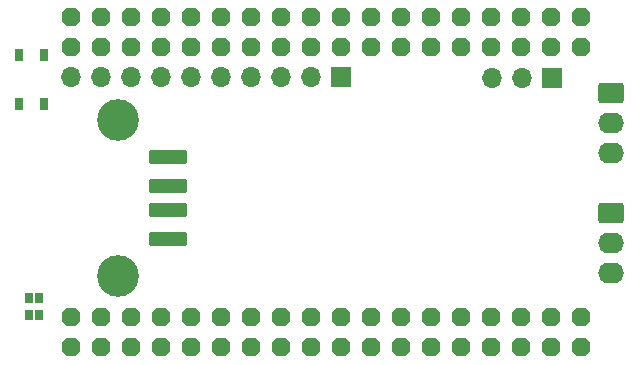
<source format=gbr>
%TF.GenerationSoftware,KiCad,Pcbnew,(6.0.0-rc1-458-g78ff9a857a)*%
%TF.CreationDate,2022-03-27T00:09:46+00:00*%
%TF.ProjectId,belamini_cape_C1,62656c61-6d69-46e6-995f-636170655f43,rev?*%
%TF.SameCoordinates,Original*%
%TF.FileFunction,Soldermask,Top*%
%TF.FilePolarity,Negative*%
%FSLAX46Y46*%
G04 Gerber Fmt 4.6, Leading zero omitted, Abs format (unit mm)*
G04 Created by KiCad (PCBNEW (6.0.0-rc1-458-g78ff9a857a)) date 2022-03-27 00:09:46*
%MOMM*%
%LPD*%
G01*
G04 APERTURE LIST*
G04 Aperture macros list*
%AMRoundRect*
0 Rectangle with rounded corners*
0 $1 Rounding radius*
0 $2 $3 $4 $5 $6 $7 $8 $9 X,Y pos of 4 corners*
0 Add a 4 corners polygon primitive as box body*
4,1,4,$2,$3,$4,$5,$6,$7,$8,$9,$2,$3,0*
0 Add four circle primitives for the rounded corners*
1,1,$1+$1,$2,$3*
1,1,$1+$1,$4,$5*
1,1,$1+$1,$6,$7*
1,1,$1+$1,$8,$9*
0 Add four rect primitives between the rounded corners*
20,1,$1+$1,$2,$3,$4,$5,0*
20,1,$1+$1,$4,$5,$6,$7,0*
20,1,$1+$1,$6,$7,$8,$9,0*
20,1,$1+$1,$8,$9,$2,$3,0*%
%AMOutline5P*
0 Free polygon, 5 corners , with rotation*
0 The origin of the aperture is its center*
0 number of corners: always 5*
0 $1 to $10 corner X, Y*
0 $11 Rotation angle, in degrees counterclockwise*
0 create outline with 5 corners*
4,1,5,$1,$2,$3,$4,$5,$6,$7,$8,$9,$10,$1,$2,$11*%
%AMOutline6P*
0 Free polygon, 6 corners , with rotation*
0 The origin of the aperture is its center*
0 number of corners: always 6*
0 $1 to $12 corner X, Y*
0 $13 Rotation angle, in degrees counterclockwise*
0 create outline with 6 corners*
4,1,6,$1,$2,$3,$4,$5,$6,$7,$8,$9,$10,$11,$12,$1,$2,$13*%
%AMOutline7P*
0 Free polygon, 7 corners , with rotation*
0 The origin of the aperture is its center*
0 number of corners: always 7*
0 $1 to $14 corner X, Y*
0 $15 Rotation angle, in degrees counterclockwise*
0 create outline with 7 corners*
4,1,7,$1,$2,$3,$4,$5,$6,$7,$8,$9,$10,$11,$12,$13,$14,$1,$2,$15*%
%AMOutline8P*
0 Free polygon, 8 corners , with rotation*
0 The origin of the aperture is its center*
0 number of corners: always 8*
0 $1 to $16 corner X, Y*
0 $17 Rotation angle, in degrees counterclockwise*
0 create outline with 8 corners*
4,1,8,$1,$2,$3,$4,$5,$6,$7,$8,$9,$10,$11,$12,$13,$14,$15,$16,$1,$2,$17*%
G04 Aperture macros list end*
%ADD10RoundRect,0.250000X-0.845000X0.620000X-0.845000X-0.620000X0.845000X-0.620000X0.845000X0.620000X0*%
%ADD11O,2.190000X1.740000*%
%ADD12Outline8P,-0.760000X0.380000X-0.380000X0.760000X0.380000X0.760000X0.760000X0.380000X0.760000X-0.380000X0.380000X-0.760000X-0.380000X-0.760000X-0.760000X-0.380000X90.000000*%
%ADD13R,0.650000X1.050000*%
%ADD14R,1.700000X1.700000*%
%ADD15O,1.700000X1.700000*%
%ADD16RoundRect,0.101600X-1.500000X-0.450000X1.500000X-0.450000X1.500000X0.450000X-1.500000X0.450000X0*%
%ADD17C,3.530600*%
%ADD18R,0.650000X0.850000*%
G04 APERTURE END LIST*
D10*
%TO.C,J3*%
X172655000Y-107560000D03*
D11*
X172655000Y-110100000D03*
X172655000Y-112640000D03*
%TD*%
D12*
%TO.C,P2*%
X126900000Y-93560000D03*
X126900000Y-91020000D03*
X129440000Y-93560000D03*
X129440000Y-91020000D03*
X131980000Y-93560000D03*
X131980000Y-91020000D03*
X134520000Y-93560000D03*
X134520000Y-91020000D03*
X137060000Y-93560000D03*
X137060000Y-91020000D03*
X139600000Y-93560000D03*
X139600000Y-91020000D03*
X142140000Y-93560000D03*
X142140000Y-91020000D03*
X144680000Y-93560000D03*
X144680000Y-91020000D03*
X147220000Y-93560000D03*
X147220000Y-91020000D03*
X149760000Y-93560000D03*
X149760000Y-91020000D03*
X152300000Y-93560000D03*
X152300000Y-91020000D03*
X154840000Y-93560000D03*
X154840000Y-91020000D03*
X157380000Y-93560000D03*
X157380000Y-91020000D03*
X159920000Y-93560000D03*
X159920000Y-91020000D03*
X162460000Y-93560000D03*
X162460000Y-91020000D03*
X165000000Y-93560000D03*
X165000000Y-91020000D03*
X167540000Y-93560000D03*
X167540000Y-91020000D03*
X170080000Y-93560000D03*
X170080000Y-91020000D03*
%TD*%
D13*
%TO.C,S1*%
X124666900Y-94241200D03*
X124666900Y-98391200D03*
X122516900Y-94241200D03*
X122516900Y-98391200D03*
%TD*%
D14*
%TO.C,J2*%
X167600000Y-96150000D03*
D15*
X165060000Y-96150000D03*
X162520000Y-96150000D03*
%TD*%
D16*
%TO.C,J5*%
X135119100Y-102827250D03*
X135119100Y-105327250D03*
X135119100Y-107327250D03*
X135119100Y-109827250D03*
D17*
X130907100Y-112893150D03*
X130907100Y-99761350D03*
%TD*%
D18*
%TO.C,D5*%
X123370100Y-114793600D03*
X124220100Y-114793600D03*
X124220100Y-116243600D03*
X123370100Y-116243600D03*
%TD*%
D14*
%TO.C,J1*%
X149766100Y-96113600D03*
D15*
X147226100Y-96113600D03*
X144686100Y-96113600D03*
X142146100Y-96113600D03*
X139606100Y-96113600D03*
X137066100Y-96113600D03*
X134526100Y-96113600D03*
X131986100Y-96113600D03*
X129446100Y-96113600D03*
X126906100Y-96113600D03*
%TD*%
D12*
%TO.C,P1*%
X126910000Y-118970000D03*
X126910000Y-116430000D03*
X129450000Y-118970000D03*
X129450000Y-116430000D03*
X131990000Y-118970000D03*
X131990000Y-116430000D03*
X134530000Y-118970000D03*
X134530000Y-116430000D03*
X137070000Y-118970000D03*
X137070000Y-116430000D03*
X139610000Y-118970000D03*
X139610000Y-116430000D03*
X142150000Y-118970000D03*
X142150000Y-116430000D03*
X144690000Y-118970000D03*
X144690000Y-116430000D03*
X147230000Y-118970000D03*
X147230000Y-116430000D03*
X149770000Y-118970000D03*
X149770000Y-116430000D03*
X152310000Y-118970000D03*
X152310000Y-116430000D03*
X154850000Y-118970000D03*
X154850000Y-116430000D03*
X157390000Y-118970000D03*
X157390000Y-116430000D03*
X159930000Y-118970000D03*
X159930000Y-116430000D03*
X162470000Y-118970000D03*
X162470000Y-116430000D03*
X165010000Y-118970000D03*
X165010000Y-116430000D03*
X167550000Y-118970000D03*
X167550000Y-116430000D03*
X170090000Y-118970000D03*
X170090000Y-116430000D03*
%TD*%
D10*
%TO.C,J4*%
X172605000Y-97410000D03*
D11*
X172605000Y-99950000D03*
X172605000Y-102490000D03*
%TD*%
M02*

</source>
